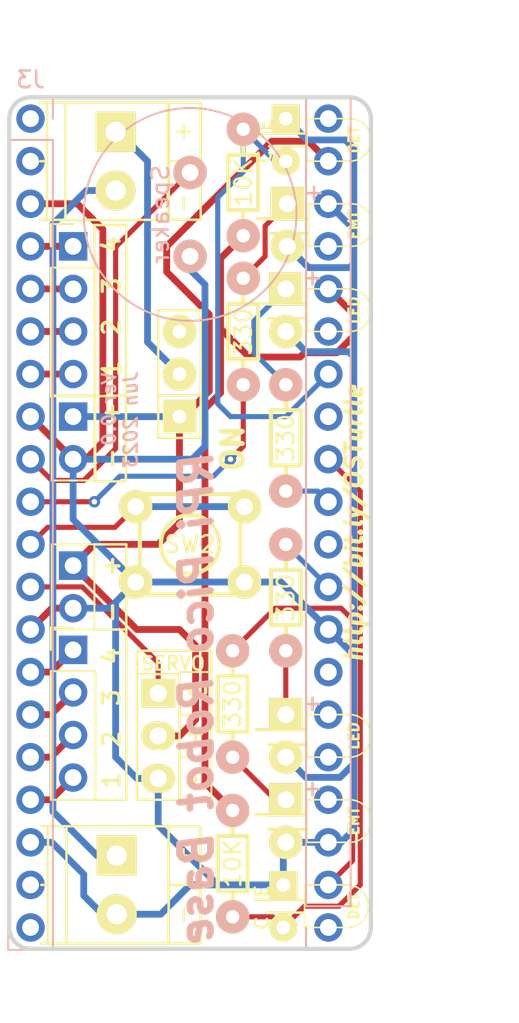
<source format=kicad_pcb>
(kicad_pcb (version 20211014) (generator pcbnew)
  (title_block (title "Rpi Pico Robot Board") (date "2023-06-18") (rev "0.0") (company "www.MakersBox.us") (comment 1 "K. Olsen"))
  (layers (0 "F.Cu" signal) (31 "B.Cu" signal) (34 "B.Paste" user) (35 "F.Paste" user) (36 "B.SilkS" user "B.Silkscreen") (37 "F.SilkS" user "F.Silkscreen") (38 "B.Mask" user) (39 "F.Mask" user) (44 "Edge.Cuts" user))
  (net 0 "")
  (net 1 "GND")
  (net 2 "Net-(D2-Pad2)")
  (net 3 "Net-(D3-Pad2)")
  (net 4 "Net-(D4-Pad2)")
  (net 5 "Net-(D5-Pad2)")
  (net 6 "+3V3")
  (net 7 "/GPIO10")
  (net 8 "/GPIO0")
  (net 9 "/GPIO1")
  (net 10 "/GPIO2")
  (net 11 "/GPIO3")
  (net 12 "/GPIO4")
  (net 13 "/GPIO5")
  (net 14 "/GPIO6")
  (net 15 "/GPIO7")
  (net 16 "/GPIO8")
  (net 17 "/GPIO9")
  (net 18 "/GPIO11")
  (net 19 "/GPIO12")
  (net 20 "/GPIO13")
  (net 21 "/GPIO14")
  (net 22 "/GPIO15")
  (net 23 "/GPIO16")
  (net 24 "/GPIO17")
  (net 25 "/GPIO18")
  (net 26 "/GPIO19")
  (net 27 "/GPIO20")
  (net 28 "/GPIO21")
  (net 29 "/GPIO22")
  (net 30 "/RUN")
  (net 31 "/GPIO26")
  (net 32 "/GPIO27")
  (net 33 "/AGND")
  (net 34 "/GPIO28")
  (net 35 "/ADC_VREF")
  (net 36 "/3V3_EN")
  (net 37 "+BATT")
  (net 38 "/VBUS")
  (net 40 "Net-(P5-Pad1)")
  (net 41 "Net-(P6-Pad1)")
  (footprint "footprints:LED-3MM_RA" (layer "F.Cu") (at 139.7 120.65 90)
    (fp_text reference "D2" hide)
    (fp_text value "IR_LED")
    (fp_text user "+" (at 3.175 1.524 90) (layer "B.SilkS") (effects (justify mirror)))
    (fp_text user "+" (at 3.175 1.524 90) (layer "F.SilkS"))
    (fp_line (start 0 1.27) (end 2.54 1.27) (layer "F.SilkS") (width 0.1))
    (fp_line (start 0 3.81) (end 0 1.27) (layer "F.SilkS") (width 0.1))
    (fp_line (start 2.54 1.27) (end 2.54 3.81) (layer "F.SilkS") (width 0.1))
    (fp_line (start 0.762 1.2) (end 0.762 -1.016) (layer "F.SilkS") (width 0.2))
    (fp_line (start 1.651 1.2) (end 1.651 -1.778) (layer "F.SilkS") (width 0.2))
    (fp_arc (start 1.27 5.08) (mid 0.371974 4.708026) (end 0 3.81) (layer "F.SilkS") (width 0.1))
    (fp_arc (start 2.54 3.81) (mid 2.168026 4.708026) (end 1.27 5.08) (layer "F.SilkS") (width 0.1))
    (pad "1" thru_hole circle locked (at 0 0 180) (size 2 2) (drill 1.00076) (layers *.Cu *.Mask "F.SilkS") (net 1 "GND"))
    (pad "2" thru_hole rect locked (at 2.54 0 90) (size 2 2) (drill 1.00076) (layers *.Cu *.Mask "F.SilkS") (net 2 "Net-(D2-Pad2)"))
  )
  (footprint "footprints:LED-3MM_RA" (layer "F.Cu") (at 139.7 90.17 90)
    (fp_text reference "D3" hide)
    (fp_text value "LED")
    (fp_text user "+" (at 3.175 1.524 90) (layer "B.SilkS") (effects (justify mirror)))
    (fp_text user "+" (at 3.175 1.524 90) (layer "F.SilkS"))
    (fp_line (start 0 1.27) (end 2.54 1.27) (layer "F.SilkS") (width 0.1))
    (fp_line (start 1.651 1.2) (end 1.651 -1.778) (layer "F.SilkS") (width 0.2))
    (fp_line (start 2.54 1.27) (end 2.54 3.81) (layer "F.SilkS") (width 0.1))
    (fp_line (start 0.762 1.2) (end 0.762 -1.016) (layer "F.SilkS") (width 0.2))
    (fp_line (start 0 3.81) (end 0 1.27) (layer "F.SilkS") (width 0.1))
    (fp_arc (start 2.54 3.81) (mid 2.168026 4.708026) (end 1.27 5.08) (layer "F.SilkS") (width 0.1))
    (fp_arc (start 1.27 5.08) (mid 0.371974 4.708026) (end 0 3.81) (layer "F.SilkS") (width 0.1))
    (pad "1" thru_hole circle locked (at 0 0 180) (size 2 2) (drill 1.00076) (layers *.Cu *.Mask "F.SilkS") (net 1 "GND"))
    (pad "2" thru_hole rect locked (at 2.54 0 90) (size 2 2) (drill 1.00076) (layers *.Cu *.Mask "F.SilkS") (net 3 "Net-(D3-Pad2)"))
  )
  (footprint "footprints:LED-3MM_RA" (layer "F.Cu") (at 139.7 115.57 90)
    (fp_text reference "D4" hide)
    (fp_text value "LED")
    (fp_text user "+" (at 3.175 1.524 90) (layer "B.SilkS") (effects (justify mirror)))
    (fp_text user "+" (at 3.175 1.524 90) (layer "F.SilkS"))
    (fp_line (start 1.651 1.2) (end 1.651 -1.778) (layer "F.SilkS") (width 0.2))
    (fp_line (start 2.54 1.27) (end 2.54 3.81) (layer "F.SilkS") (width 0.1))
    (fp_line (start 0 3.81) (end 0 1.27) (layer "F.SilkS") (width 0.1))
    (fp_line (start 0 1.27) (end 2.54 1.27) (layer "F.SilkS") (width 0.1))
    (fp_line (start 0.762 1.2) (end 0.762 -1.016) (layer "F.SilkS") (width 0.2))
    (fp_arc (start 1.27 5.08) (mid 0.371974 4.708026) (end 0 3.81) (layer "F.SilkS") (width 0.1))
    (fp_arc (start 2.54 3.81) (mid 2.168026 4.708026) (end 1.27 5.08) (layer "F.SilkS") (width 0.1))
    (pad "1" thru_hole circle locked (at 0 0 180) (size 2 2) (drill 1.00076) (layers *.Cu *.Mask "F.SilkS") (net 1 "GND"))
    (pad "2" thru_hole rect locked (at 2.54 0 90) (size 2 2) (drill 1.00076) (layers *.Cu *.Mask "F.SilkS") (net 4 "Net-(D4-Pad2)"))
  )
  (footprint "footprints:LED-3MM_RA" (layer "F.Cu") (at 139.792 85.09 90)
    (fp_text reference "D5" hide)
    (fp_text value "IR LED")
    (fp_text user "+" (at 3.175 1.524 90) (layer "B.SilkS") (effects (justify mirror)))
    (fp_text user "+" (at 3.175 1.524 90) (layer "F.SilkS"))
    (fp_line (start 0 1.27) (end 2.54 1.27) (layer "F.SilkS") (width 0.1))
    (fp_line (start 0 3.81) (end 0 1.27) (layer "F.SilkS") (width 0.1))
    (fp_line (start 2.54 1.27) (end 2.54 3.81) (layer "F.SilkS") (width 0.1))
    (fp_line (start 1.651 1.2) (end 1.651 -1.778) (layer "F.SilkS") (width 0.2))
    (fp_line (start 0.762 1.2) (end 0.762 -1.016) (layer "F.SilkS") (width 0.2))
    (fp_arc (start 1.27 5.08) (mid 0.371974 4.708026) (end 0 3.81) (layer "F.SilkS") (width 0.1))
    (fp_arc (start 2.54 3.81) (mid 2.168026 4.708026) (end 1.27 5.08) (layer "F.SilkS") (width 0.1))
    (pad "1" thru_hole circle locked (at 0 0 180) (size 2 2) (drill 1.00076) (layers *.Cu *.Mask "F.SilkS") (net 1 "GND"))
    (pad "2" thru_hole rect locked (at 2.54 0 90) (size 2 2) (drill 1.00076) (layers *.Cu *.Mask "F.SilkS") (net 5 "Net-(D5-Pad2)"))
  )
  (footprint "footprints:TerminalBlock_Pheonix_PT-3.5mm_2pol" (layer "F.Cu") (at 129.605 121.44 -90)
    (fp_text reference "P5" hide)
    (fp_text value "BATT1")
    (fp_line (start 1.75 4.1) (end 1.75 4.5) (layer "F.SilkS") (width 0.15))
    (fp_line (start -1.75 -3.1) (end -1.75 4.5) (layer "F.SilkS") (width 0.15))
    (fp_line (start 5.25 4.5) (end 5.25 -3.1) (layer "F.SilkS") (width 0.15))
    (fp_line (start -1.75 4.1) (end 5.25 4.1) (layer "F.SilkS") (width 0.15))
    (fp_line (start 5.25 -3.1) (end -1.75 -3.1) (layer "F.SilkS") (width 0.15))
    (fp_line (start -1.75 3) (end 5.25 3) (layer "F.SilkS") (width 0.15))
    (pad "1" thru_hole rect locked (at 0 0 270) (size 2.4 2.4) (drill 1.2) (layers *.Cu *.Mask "F.SilkS") (net 40 "Net-(P5-Pad1)"))
    (pad "2" thru_hole circle locked (at 3.5 0 270) (size 2.4 2.4) (drill 1.2) (layers *.Cu *.Mask "F.SilkS") (net 1 "GND"))
  )
  (footprint "footprints:TerminalBlock_Pheonix_PT-3.5mm_2pol" (layer "F.Cu") (at 129.54 78.26 -90)
    (fp_text reference "P6" hide)
    (fp_text value "BATT2")
    (fp_line (start 5.25 4.5) (end 5.25 -3.1) (layer "F.SilkS") (width 0.15))
    (fp_line (start -1.75 4.1) (end 5.25 4.1) (layer "F.SilkS") (width 0.15))
    (fp_line (start -1.75 3) (end 5.25 3) (layer "F.SilkS") (width 0.15))
    (fp_line (start -1.75 -3.1) (end -1.75 4.5) (layer "F.SilkS") (width 0.15))
    (fp_line (start 1.75 4.1) (end 1.75 4.5) (layer "F.SilkS") (width 0.15))
    (fp_line (start 5.25 -3.1) (end -1.75 -3.1) (layer "F.SilkS") (width 0.15))
    (pad "1" thru_hole rect (at 0 0 270) (size 2.4 2.4) (drill 1.2) (layers *.Cu *.Mask "F.SilkS") (net 41 "Net-(P6-Pad1)"))
    (pad "2" thru_hole circle (at 3.5 0 270) (size 2.4 2.4) (drill 1.2) (layers *.Cu *.Mask "F.SilkS") (net 40 "Net-(P5-Pad1)"))
  )
  (footprint "footprints:Pin_Header_Straight_1x03" (layer "F.Cu") (at 132.08 111.76)
    (fp_text reference "P7" hide)
    (fp_text value "SERVO" (at 0.889 -1.778 180) (layer "F.SilkS") (effects (font (size 0.8 0.8))))
    (fp_line (start 1.27 6.35) (end 3.175 6.35) (layer "F.SilkS") (width 0.12))
    (fp_line (start 1.27 1.27) (end 3.175 1.27) (layer "F.SilkS") (width 0.12))
    (fp_line (start -1.27 1.27) (end -1.27 6.35) (layer "F.SilkS") (width 0.15))
    (fp_line (start -1.27 -1.143) (end 1.27 -1.143) (layer "F.SilkS") (width 0.15))
    (fp_line (start -1.27 1.27) (end -1.27 -1.143) (layer "F.SilkS") (width 0.15))
    (fp_line (start 3.175 -1.27) (end 1.27 -1.27) (layer "F.SilkS") (width 0.12))
    (fp_line (start 1.27 -1.143) (end 1.27 1.27) (layer "F.SilkS") (width 0.15))
    (fp_line (start 1.27 3.81) (end 3.175 3.81) (layer "F.SilkS") (width 0.12))
    (fp_line (start 1.27 -1.27) (end 1.27 -1.143) (layer "F.SilkS") (width 0.12))
    (fp_line (start 1.27 6.35) (end 1.27 1.27) (layer "F.SilkS") (width 0.15))
    (fp_line (start -1.27 6.35) (end 1.27 6.35) (layer "F.SilkS") (width 0.15))
    (fp_line (start 3.175 6.35) (end 3.175 -1.27) (layer "F.SilkS") (width 0.12))
    (pad "1" thru_hole rect (at 0 0) (size 2.032 1.7272) (drill 1.016) (layers *.Cu *.Mask "F.SilkS") (net 17 "/GPIO9"))
    (pad "2" thru_hole oval (at 0 2.54) (size 2.032 1.7272) (drill 1.016) (layers *.Cu *.Mask "F.SilkS") (net 37 "+BATT"))
    (pad "3" thru_hole oval (at 0 5.08) (size 2.032 1.7272) (drill 1.016) (layers *.Cu *.Mask "F.SilkS") (net 1 "GND"))
  )
  (footprint "footprints:PHOTOTRANS-RA" (layer "F.Cu") (at 139.7 78.74 90)
    (fp_text reference "Q1" hide)
    (fp_text value "OPTO_NPN" hide)
    (fp_text user "C" (at -1.016 -1.27 90) (layer "F.SilkS") (effects (font (size 0.8 0.8))))
    (fp_text user "E" (at 0.889 -1.27 90) (layer "F.SilkS") (effects (font (size 0.8 0.8))))
    (fp_line (start 1.27 1.27) (end -1.27 1.27) (layer "F.SilkS") (width 0.1))
    (fp_line (start -0.381 1.2) (end -0.381 -1) (layer "F.SilkS") (width 0.15))
    (fp_line (start 0.381 1.2) (end 0.381 -1.7) (layer "F.SilkS") (width 0.15))
    (fp_line (start -1.27 1.27) (end -1.27 3.81) (layer "F.SilkS") (width 0.1))
    (fp_line (start 1.27 3.81) (end 1.27 1.27) (layer "F.SilkS") (width 0.1))
    (fp_arc (start 1.27 3.81) (mid 0.898026 4.708026) (end 0 5.08) (layer "F.SilkS") (width 0.1))
    (fp_arc (start 0 5.08) (mid -0.898026 4.708026) (end -1.27 3.81) (layer "F.SilkS") (width 0.1))
    (pad "1" thru_hole rect locked (at 1.27 0 90) (size 1.6764 1.6764) (drill 0.8128) (layers *.Cu *.Mask "F.SilkS") (net 1 "GND"))
    (pad "3" thru_hole circle locked (at -1.27 0 90) (size 1.6764 1.6764) (drill 0.8128) (layers *.Cu *.Mask "F.SilkS") (net 34 "/GPIO28"))
  )
  (footprint "footprints:PHOTOTRANS-RA" (layer "F.Cu") (at 139.55 124.46 90)
    (fp_text reference "Q2" hide)
    (fp_text value "OPTO_NPN" hide)
    (fp_text user "E" (at 0.889 -1.27 90) (layer "F.SilkS") (effects (font (size 0.8 0.8))))
    (fp_text user "C" (at -1.016 -1.27 90) (layer "F.SilkS") (effects (font (size 0.8 0.8))))
    (fp_line (start 1.27 3.81) (end 1.27 1.27) (layer "F.SilkS") (width 0.1))
    (fp_line (start 1.27 1.27) (end -1.27 1.27) (layer "F.SilkS") (width 0.1))
    (fp_line (start -0.381 1.2) (end -0.381 -1) (layer "F.SilkS") (width 0.15))
    (fp_line (start 0.381 1.2) (end 0.381 -1.7) (layer "F.SilkS") (width 0.15))
    (fp_line (start -1.27 1.27) (end -1.27 3.81) (layer "F.SilkS") (width 0.1))
    (fp_arc (start 1.27 3.81) (mid 0.898026 4.708026) (end 0 5.08) (layer "F.SilkS") (width 0.1))
    (fp_arc (start 0 5.08) (mid -0.898026 4.708026) (end -1.27 3.81) (layer "F.SilkS") (width 0.1))
    (pad "1" thru_hole rect locked (at 1.27 0 90) (size 1.6764 1.6764) (drill 0.8128) (layers *.Cu *.Mask "F.SilkS") (net 1 "GND"))
    (pad "3" thru_hole circle locked (at -1.27 0 90) (size 1.6764 1.6764) (drill 0.8128) (layers *.Cu *.Mask "F.SilkS") (net 32 "/GPIO27"))
  )
  (footprint "footprints:Resistor_Horz" (layer "F.Cu") (at 136.525 112.395 -90)
    (fp_text reference "R2")
    (fp_text value "330" (at 0 0 90) (layer "F.SilkS"))
    (fp_line (start -1.651 -0.889) (end 1.651 -0.889) (layer "F.SilkS") (width 0.254))
    (fp_line (start 1.651 0) (end 2.413 0) (layer "F.SilkS") (width 0.254))
    (fp_line (start 1.651 0.889) (end -1.651 0.889) (layer "F.SilkS") (width 0.254))
    (fp_line (start -1.651 0) (end -2.413 0) (layer "F.SilkS") (width 0.254))
    (fp_line (start 1.651 0.889) (end 1.651 0.635) (layer "F.SilkS") (width 0.254))
    (fp_line (start 1.651 -0.889) (end 1.651 0.635) (layer "F.SilkS") (width 0.254))
    (fp_line (start -1.651 0.889) (end -1.651 -0.889) (layer "F.SilkS") (width 0.254))
    (pad "1" thru_hole circle locked (at -3.175 0 270) (size 1.99898 1.99898) (drill 0.8) (layers *.Cu *.SilkS *.Mask) (net 24 "/GPIO17"))
    (pad "2" thru_hole circle locked (at 3.175 0 270) (size 1.99898 1.99898) (drill 0.8) (layers *.Cu *.SilkS *.Mask) (net 2 "Net-(D2-Pad2)"))
  )
  (footprint "footprints:Resistor_Horz" (layer "F.Cu") (at 139.7 96.52 90)
    (fp_text reference "R3")
    (fp_text value "330" (at 0 0 90) (layer "F.SilkS"))
    (fp_line (start 1.651 0.889) (end 1.651 0.635) (layer "F.SilkS") (width 0.254))
    (fp_line (start 1.651 0) (end 2.413 0) (layer "F.SilkS") (width 0.254))
    (fp_line (start 1.651 0.889) (end -1.651 0.889) (layer "F.SilkS") (width 0.254))
    (fp_line (start 1.651 -0.889) (end 1.651 0.635) (layer "F.SilkS") (width 0.254))
    (fp_line (start -1.651 -0.889) (end 1.651 -0.889) (layer "F.SilkS") (width 0.254))
    (fp_line (start -1.651 0.889) (end -1.651 -0.889) (layer "F.SilkS") (width 0.254))
    (fp_line (start -1.651 0) (end -2.413 0) (layer "F.SilkS") (width 0.254))
    (pad "1" thru_hole circle locked (at -3.175 0 90) (size 1.99898 1.99898) (drill 0.8) (layers *.Cu *.SilkS *.Mask) (net 31 "/GPIO26"))
    (pad "2" thru_hole circle locked (at 3.175 0 90) (size 1.99898 1.99898) (drill 0.8) (layers *.Cu *.SilkS *.Mask) (net 3 "Net-(D3-Pad2)"))
  )
  (footprint "footprints:Resistor_Horz" (layer "F.Cu") (at 139.7 106.045 -90)
    (fp_text reference "R4")
    (fp_text value "330" (at 0 0 90) (layer "F.SilkS"))
    (fp_line (start 1.651 -0.889) (end 1.651 0.635) (layer "F.SilkS") (width 0.254))
    (fp_line (start -1.651 -0.889) (end 1.651 -0.889) (layer "F.SilkS") (width 0.254))
    (fp_line (start -1.651 0.889) (end -1.651 -0.889) (layer "F.SilkS") (width 0.254))
    (fp_line (start 1.651 0.889) (end -1.651 0.889) (layer "F.SilkS") (width 0.254))
    (fp_line (start 1.651 0.889) (end 1.651 0.635) (layer "F.SilkS") (width 0.254))
    (fp_line (start 1.651 0) (end 2.413 0) (layer "F.SilkS") (width 0.254))
    (fp_line (start -1.651 0) (end -2.413 0) (layer "F.SilkS") (width 0.254))
    (pad "1" thru_hole circle locked (at -3.175 0 270) (size 1.99898 1.99898) (drill 0.8) (layers *.Cu *.SilkS *.Mask) (net 29 "/GPIO22"))
    (pad "2" thru_hole circle locked (at 3.175 0 270) (size 1.99898 1.99898) (drill 0.8) (layers *.Cu *.SilkS *.Mask) (net 4 "Net-(D4-Pad2)"))
  )
  (footprint "footprints:Resistor_Horz" (layer "F.Cu") (at 137.16 90.17 90)
    (fp_text reference "R5")
    (fp_text value "330" (at 0 0 90) (layer "F.SilkS"))
    (fp_line (start 1.651 -0.889) (end 1.651 0.635) (layer "F.SilkS") (width 0.254))
    (fp_line (start 1.651 0.889) (end 1.651 0.635) (layer "F.SilkS") (width 0.254))
    (fp_line (start 1.651 0) (end 2.413 0) (layer "F.SilkS") (width 0.254))
    (fp_line (start -1.651 0.889) (end -1.651 -0.889) (layer "F.SilkS") (width 0.254))
    (fp_line (start 1.651 0.889) (end -1.651 0.889) (layer "F.SilkS") (width 0.254))
    (fp_line (start -1.651 0) (end -2.413 0) (layer "F.SilkS") (width 0.254))
    (fp_line (start -1.651 -0.889) (end 1.651 -0.889) (layer "F.SilkS") (width 0.254))
    (pad "1" thru_hole circle locked (at -3.175 0 90) (size 1.99898 1.99898) (drill 0.8) (layers *.Cu *.SilkS *.Mask) (net 15 "/GPIO7"))
    (pad "2" thru_hole circle locked (at 3.175 0 90) (size 1.99898 1.99898) (drill 0.8) (layers *.Cu *.SilkS *.Mask) (net 5 "Net-(D5-Pad2)"))
  )
  (footprint "footprints:Resistor_Horz" (layer "F.Cu") (at 136.525 121.92 -90)
    (fp_text reference "R6")
    (fp_text value "10K" (at 0 0 90) (layer "F.SilkS"))
    (fp_line (start -1.651 -0.889) (end 1.651 -0.889) (layer "F.SilkS") (width 0.254))
    (fp_line (start -1.651 0) (end -2.413 0) (layer "F.SilkS") (width 0.254))
    (fp_line (start 1.651 0) (end 2.413 0) (layer "F.SilkS") (width 0.254))
    (fp_line (start 1.651 0.889) (end -1.651 0.889) (layer "F.SilkS") (width 0.254))
    (fp_line (start -1.651 0.889) (end -1.651 -0.889) (layer "F.SilkS") (width 0.254))
    (fp_line (start 1.651 -0.889) (end 1.651 0.635) (layer "F.SilkS") (width 0.254))
    (fp_line (start 1.651 0.889) (end 1.651 0.635) (layer "F.SilkS") (width 0.254))
    (pad "1" thru_hole circle locked (at -3.175 0 270) (size 1.99898 1.99898) (drill 0.8) (layers *.Cu *.SilkS *.Mask) (net 6 "+3V3"))
    (pad "2" thru_hole circle locked (at 3.175 0 270) (size 1.99898 1.99898) (drill 0.8) (layers *.Cu *.SilkS *.Mask) (net 32 "/GPIO27"))
  )
  (footprint "footprints:Resistor_Horz" (layer "F.Cu") (at 137.16 81.28 90)
    (fp_text reference "R7")
    (fp_text value "10K" (at 0 0 90) (layer "F.SilkS"))
    (fp_line (start 1.651 0.889) (end 1.651 0.635) (layer "F.SilkS") (width 0.254))
    (fp_line (start -1.651 0.889) (end -1.651 -0.889) (layer "F.SilkS") (width 0.254))
    (fp_line (start 1.651 -0.889) (end 1.651 0.635) (layer "F.SilkS") (width 0.254))
    (fp_line (start 1.651 0) (end 2.413 0) (layer "F.SilkS") (width 0.254))
    (fp_line (start -1.651 0) (end -2.413 0) (layer "F.SilkS") (width 0.254))
    (fp_line (start 1.651 0.889) (end -1.651 0.889) (layer "F.SilkS") (width 0.254))
    (fp_line (start -1.651 -0.889) (end 1.651 -0.889) (layer "F.SilkS") (width 0.254))
    (pad "1" thru_hole circle locked (at -3.175 0 90) (size 1.99898 1.99898) (drill 0.8) (layers *.Cu *.SilkS *.Mask) (net 6 "+3V3"))
    (pad "2" thru_hole circle locked (at 3.175 0 90) (size 1.99898 1.99898) (drill 0.8) (layers *.Cu *.SilkS *.Mask) (net 34 "/GPIO28"))
  )
  (footprint "footprints:SW_PUSH_SMALL" (layer "F.Cu") (at 133.985 102.87)
    (fp_text reference "SW2" (at 0 0) (layer "F.SilkS"))
    (fp_text value "SW_PUSH" hide)
    (fp_line (start 3 -3) (end 3 3) (layer "F.SilkS") (width 0.25))
    (fp_line (start -3 -3) (end 3 -3) (layer "F.SilkS") (width 0.25))
    (fp_line (start -3 3) (end -3 -3) (layer "F.SilkS") (width 0.25))
    (fp_line (start 3 3) (end -3 3) (layer "F.SilkS") (width 0.25))
    (fp_circle (center 0 0) (end -1.75 0) (layer "F.SilkS") (width 0.25) (fill none))
    (pad "1" thru_hole circle locked (at 3.25 -2.25) (size 2 2) (drill 1) (layers *.Cu *.Mask "F.SilkS") (net 16 "/GPIO8"))
    (pad "1" thru_hole circle locked (at -3.25 -2.25) (size 2 2) (drill 1) (layers *.Cu *.Mask "F.SilkS") (net 16 "/GPIO8"))
    (pad "2" thru_hole circle locked (at 3.25 2.25) (size 2 2) (drill 1) (layers *.Cu *.Mask "F.SilkS") (net 1 "GND"))
    (pad "2" thru_hole circle locked (at -3.25 2.25) (size 2 2) (drill 1) (layers *.Cu *.Mask "F.SilkS") (net 1 "GND"))
  )
  (footprint "footprints:PinHeader_1x02_P2.54mm_Vertical" (layer "F.Cu") (at 127 104.14)
    (fp_text reference "J2" hide)
    (fp_text value "Stepper_L")
    (fp_line (start 1.27 -1.27) (end 1.27 3.81) (layer "F.SilkS") (width 0.12))
    (fp_line (start -1.27 -1.27) (end 1.27 -1.27) (layer "F.SilkS") (width 0.12))
    (fp_line (start 1.27 3.81) (end -1.27 3.81) (layer "F.SilkS") (width 0.12))
    (fp_line (start -1.27 3.81) (end -1.27 -1.27) (layer "F.SilkS") (width 0.12))
    (pad "1" thru_hole rect (at 0 0) (size 1.7 1.7) (drill 1) (layers *.Cu *.Mask) (net 37 "+BATT"))
    (pad "2" thru_hole oval (at 0 2.54) (size 1.7 1.7) (drill 1) (layers *.Cu *.Mask) (net 1 "GND"))
  )
  (footprint "footprints:PinHeader_1x02_P2.54mm_Vertical" (layer "F.Cu") (at 127 95.25)
    (fp_text reference "J6" hide)
    (fp_text value "Stepper_R")
    (fp_line (start -1.27 -1.27) (end 1.27 -1.27) (layer "F.SilkS") (width 0.12))
    (fp_line (start 1.27 -1.27) (end 1.27 3.81) (layer "F.SilkS") (width 0.12))
    (fp_line (start 1.27 3.81) (end -1.27 3.81) (layer "F.SilkS") (width 0.12))
    (fp_line (start -1.27 3.81) (end -1.27 -1.27) (layer "F.SilkS") (width 0.12))
    (pad "1" thru_hole rect (at 0 0) (size 1.7 1.7) (drill 1) (layers *.Cu *.Mask) (net 37 "+BATT"))
    (pad "2" thru_hole oval (at 0 2.54) (size 1.7 1.7) (drill 1) (layers *.Cu *.Mask) (net 1 "GND"))
  )
  (footprint "footprints:PinHeader_1x04_P2.54mm_Vertical" (layer "F.Cu") (at 127 109.1665)
    (fp_text reference "J5" hide)
    (fp_text value "Stepper_R")
    (fp_line (start 1.33 1.27) (end 1.33 8.95) (layer "F.SilkS") (width 0.12))
    (fp_line (start -1.33 1.27) (end 1.33 1.27) (layer "F.SilkS") (width 0.12))
    (fp_line (start -1.33 -1.33) (end 0 -1.33) (layer "F.SilkS") (width 0.12))
    (fp_line (start -1.33 1.27) (end -1.33 8.95) (layer "F.SilkS") (width 0.12))
    (fp_line (start -1.33 0) (end -1.33 -1.33) (layer "F.SilkS") (width 0.12))
    (fp_line (start -1.33 8.95) (end 1.33 8.95) (layer "F.SilkS") (width 0.12))
    (pad "1" thru_hole rect (at 0 0) (size 1.7 1.7) (drill 1) (layers *.Cu *.Mask) (net 7 "/GPIO10"))
    (pad "2" thru_hole oval (at 0 2.54) (size 1.7 1.7) (drill 1) (layers *.Cu *.Mask) (net 18 "/GPIO11"))
    (pad "3" thru_hole oval (at 0 5.08) (size 1.7 1.7) (drill 1) (layers *.Cu *.Mask) (net 19 "/GPIO12"))
    (pad "4" thru_hole oval (at 0 7.62) (size 1.7 1.7) (drill 1) (layers *.Cu *.Mask) (net 20 "/GPIO13"))
  )
  (footprint "footprints:PinHeader_1x04_P2.54mm_Vertical" (layer "F.Cu") (at 127 85.09)
    (fp_text reference "J1" hide)
    (fp_text value "Stepper_L")
    (fp_line (start -1.33 1.27) (end 1.33 1.27) (layer "F.SilkS") (width 0.12))
    (fp_line (start -1.33 -1.33) (end 0 -1.33) (layer "F.SilkS") (width 0.12))
    (fp_line (start 1.33 1.27) (end 1.33 8.95) (layer "F.SilkS") (width 0.12))
    (fp_line (start -1.33 8.95) (end 1.33 8.95) (layer "F.SilkS") (width 0.12))
    (fp_line (start -1.33 1.27) (end -1.33 8.95) (layer "F.SilkS") (width 0.12))
    (fp_line (start -1.33 0) (end -1.33 -1.33) (layer "F.SilkS") (width 0.12))
    (pad "1" thru_hole rect (at 0 0) (size 1.7 1.7) (drill 1) (layers *.Cu *.Mask) (net 10 "/GPIO2"))
    (pad "2" thru_hole oval (at 0 2.54) (size 1.7 1.7) (drill 1) (layers *.Cu *.Mask) (net 11 "/GPIO3"))
    (pad "3" thru_hole oval (at 0 5.08) (size 1.7 1.7) (drill 1) (layers *.Cu *.Mask) (net 12 "/GPIO4"))
    (pad "4" thru_hole oval (at 0 7.62) (size 1.7 1.7) (drill 1) (layers *.Cu *.Mask) (net 13 "/GPIO5"))
  )
  (footprint "footprints:SW_Micro_SPST" (layer "F.Cu") (at 133.35 92.71 90)
    (fp_text reference "SW1" hide)
    (fp_text value "PWR")
    (fp_line (start -3.81 1.27) (end -3.81 -1.27) (layer "F.SilkS") (width 0.15))
    (fp_line (start -1.27 -1.27) (end -1.27 1.27) (layer "F.SilkS") (width 0.15))
    (fp_line (start 3.81 -1.27) (end 3.81 1.27) (layer "F.SilkS") (width 0.15))
    (fp_line (start 3.81 1.27) (end -3.81 1.27) (layer "F.SilkS") (width 0.15))
    (fp_line (start -3.81 -1.27) (end 3.81 -1.27) (layer "F.SilkS") (width 0.15))
    (pad "1" thru_hole rect (at -2.54 0 90) (size 2 2) (drill 0.8128) (layers *.Cu *.Mask "F.SilkS") (net 37 "+BATT"))
    (pad "2" thru_hole circle (at 0 0 90) (size 2 2) (drill 0.8128) (layers *.Cu *.Mask "F.SilkS") (net 41 "Net-(P6-Pad1)"))
    (pad "3" thru_hole circle (at 2.54 0 90) (size 2 2) (drill 0.8128) (layers *.Cu *.Mask "F.SilkS"))
  )
  (footprint "footprints:PS1240_piezo" (layer "B.Cu") (at 133.985 83.185 -90)
    (fp_text reference "LS1" hide)
    (fp_text value "Speaker" (at 0 1.778 90) (layer "B.SilkS") (effects (justify mirror)))
    (fp_circle (center 0 0) (end 6.35 0) (layer "B.SilkS") (width 0.12) (fill none))
    (pad "1" thru_hole circle (at -2.5 0 270) (size 2 2) (drill 1.00076) (layers *.Cu *.Mask "B.SilkS") (net 14 "/GPIO6"))
    (pad "2" thru_hole circle (at 2.5 0 270) (size 2 2) (drill 1.00076) (layers *.Cu *.Mask "B.SilkS") (net 1 "GND"))
  )
  (footprint "footprints:PinHeader_1x20_P2.54mm_Vertical" (layer "B.Cu") (at 124.46 77.47 180)
    (fp_text reference "J3" (at 0 2.33) (layer "B.SilkS") (effects (justify mirror)))
    (fp_text value "Conn_01x20")
    (fp_line (start 1.33 -1.27) (end 1.33 -49.59) (layer "B.SilkS") (width 0.12))
    (fp_line (start -1.33 0) (end -1.33 1.33) (layer "B.SilkS") (width 0.12))
    (fp_line (start -1.33 1.33) (end 0 1.33) (layer "B.SilkS") (width 0.12))
    (fp_line (start -1.33 -1.27) (end -1.33 -49.59) (layer "B.SilkS") (width 0.12))
    (fp_line (start -1.33 -49.59) (end 1.33 -49.59) (layer "B.SilkS") (width 0.12))
    (fp_line (start -1.33 -1.27) (end 1.33 -1.27) (layer "B.SilkS") (width 0.12))
    (pad "1" thru_hole circle (at 0 0) (size 1.7 1.7) (drill 1) (layers *.Cu *.Mask) (net 8 "/GPIO0"))
    (pad "2" thru_hole oval (at 0 -2.54) (size 1.7 1.7) (drill 1) (layers *.Cu *.Mask) (net 9 "/GPIO1"))
    (pad "3" thru_hole oval (at 0 -5.08) (size 1.7 1.7) (drill 1) (layers *.Cu *.Mask) (net 1 "GND"))
    (pad "4" thru_hole oval (at 0 -7.62) (size 1.7 1.7) (drill 1) (layers *.Cu *.Mask) (net 10 "/GPIO2"))
    (pad "5" thru_hole oval (at 0 -10.16) (size 1.7 1.7) (drill 1) (layers *.Cu *.Mask) (net 11 "/GPIO3"))
    (pad "6" thru_hole oval (at 0 -12.7) (size 1.7 1.7) (drill 1) (layers *.Cu *.Mask) (net 12 "/GPIO4"))
    (pad "7" thru_hole oval (at 0 -15.24) (size 1.7 1.7) (drill 1) (layers *.Cu *.Mask) (net 13 "/GPIO5"))
    (pad "8" thru_hole oval (at 0 -17.78) (size 1.7 1.7) (drill 1) (layers *.Cu *.Mask) (net 1 "GND"))
    (pad "9" thru_hole oval (at 0 -20.32) (size 1.7 1.7) (drill 1) (layers *.Cu *.Mask) (net 14 "/GPIO6"))
    (pad "10" thru_hole oval (at 0 -22.86) (size 1.7 1.7) (drill 1) (layers *.Cu *.Mask) (net 15 "/GPIO7"))
    (pad "11" thru_hole oval (at 0 -25.4) (size 1.7 1.7) (drill 1) (layers *.Cu *.Mask) (net 16 "/GPIO8"))
    (pad "12" thru_hole oval (at 0 -27.94) (size 1.7 1.7) (drill 1) (layers *.Cu *.Mask) (net 17 "/GPIO9"))
    (pad "13" thru_hole oval (at 0 -30.48) (size 1.7 1.7) (drill 1) (layers *.Cu *.Mask) (net 1 "GND"))
    (pad "14" thru_hole oval (at 0 -33.02) (size 1.7 1.7) (drill 1) (layers *.Cu *.Mask) (net 7 "/GPIO10"))
    (pad "15" thru_hole oval (at 0 -35.56) (size 1.7 1.7) (drill 1) (layers *.Cu *.Mask) (net 18 "/GPIO11"))
    (pad "16" thru_hole oval (at 0 -38.1) (size 1.7 1.7) (drill 1) (layers *.Cu *.Mask) (net 19 "/GPIO12"))
    (pad "17" thru_hole oval (at 0 -40.64) (size 1.7 1.7) (drill 1) (layers *.Cu *.Mask) (net 20 "/GPIO13"))
    (pad "18" thru_hole oval (at 0 -43.18) (size 1.7 1.7) (drill 1) (layers *.Cu *.Mask) (net 1 "GND"))
    (pad "19" thru_hole oval (at 0 -45.72) (size 1.7 1.7) (drill 1) (layers *.Cu *.Mask) (net 21 "/GPIO14"))
    (pad "20" thru_hole oval (at 0 -48.26) (size 1.7 1.7) (drill 1) (layers *.Cu *.Mask) (net 22 "/GPIO15"))
  )
  (footprint "footprints:PinHeader_1x20_P2.54mm_Vertical" (layer "B.Cu") (at 142.24 125.73)
    (fp_text reference "J4" hide)
    (fp_text value "Conn_01x20")
    (fp_line (start -1.33 0) (end -1.33 1.33) (layer "B.SilkS") (width 0.12))
    (fp_line (start -1.33 -1.27) (end -1.33 -49.59) (layer "B.SilkS") (width 0.12))
    (fp_line (start -1.33 1.33) (end 0 1.33) (layer "B.SilkS") (width 0.12))
    (fp_line (start -1.33 -49.59) (end 1.33 -49.59) (layer "B.SilkS") (width 0.12))
    (fp_line (start -1.33 -1.27) (end 1.33 -1.27) (layer "B.SilkS") (width 0.12))
    (fp_line (start 1.33 -1.27) (end 1.33 -49.59) (layer "B.SilkS") (width 0.12))
    (pad "1" thru_hole circle (at 0 0 180) (size 1.7 1.7) (drill 1) (layers *.Cu *.Mask) (net 23 "/GPIO16"))
    (pad "2" thru_hole oval (at 0 -2.54 180) (size 1.7 1.7) (drill 1) (layers *.Cu *.Mask) (net 24 "/GPIO17"))
    (pad "3" thru_hole oval (at 0 -5.08 180) (size 1.7 1.7) (drill 1) (layers *.Cu *.Mask) (net 1 "GND"))
    (pad "4" thru_hole oval (at 0 -7.62 180) (size 1.7 1.7) (drill 1) (layers *.Cu *.Mask) (net 25 "/GPIO18"))
    (pad "5" thru_hole oval (at 0 -10.16 180) (size 1.7 1.7) (drill 1) (layers *.Cu *.Mask) (net 26 "/GPIO19"))
    (pad "6" thru_hole oval (at 0 -12.7 180) (size 1.7 1.7) (drill 1) (layers *.Cu *.Mask) (net 27 "/GPIO20"))
    (pad "7" thru_hole oval (at 0 -15.24 180) (size 1.7 1.7) (drill 1) (layers *.Cu *.Mask) (net 28 "/GPIO21"))
    (pad "8" thru_hole oval (at 0 -17.78 180) (size 1.7 1.7) (drill 1) (layers *.Cu *.Mask) (net 1 "GND"))
    (pad "9" thru_hole oval (at 0 -20.32 180) (size 1.7 1.7) (drill 1) (layers *.Cu *.Mask) (net 29 "/GPIO22"))
    (pad "10" thru_hole oval (at 0 -22.86 180) (size 1.7 1.7) (drill 1) (layers *.Cu *.Mask) (net 30 "/RUN"))
    (pad "11" thru_hole oval (at 0 -25.4 180) (size 1.7 1.7) (drill 1) (layers *.Cu *.Mask) (net 31 "/GPIO26"))
    (pad "12" thru_hole oval (at 0 -27.94 180) (size 1.7 1.7) (drill 1) (layers *.Cu *.Mask) (net 32 "/GPIO27"))
    (pad "13" thru_hole oval (at 0 -30.48 180) (size 1.7 1.7) (drill 1) (layers *.Cu *.Mask) (net 33 "/AGND"))
    (pad "14" thru_hole oval (at 0 -33.02 180) (size 1.7 1.7) (drill 1) (layers *.Cu *.Mask) (net 34 "/GPIO28"))
    (pad "15" thru_hole oval (at 0 -35.56 180) (size 1.7 1.7) (drill 1) (layers *.Cu *.Mask) (net 35 "/ADC_VREF"))
    (pad "16" thru_hole oval (at 0 -38.1 180) (size 1.7 1.7) (drill 1) (layers *.Cu *.Mask) (net 6 "+3V3"))
    (pad "17" thru_hole oval (at 0 -40.64 180) (size 1.7 1.7) (drill 1) (layers *.Cu *.Mask) (net 36 "/3V3_EN"))
    (pad "18" thru_hole oval (at 0 -43.18 180) (size 1.7 1.7) (drill 1) (layers *.Cu *.Mask) (net 1 "GND"))
    (pad "19" thru_hole oval (at 0 -45.72 180) (size 1.7 1.7) (drill 1) (layers *.Cu *.Mask) (net 37 "+BATT"))
    (pad "20" thru_hole oval (at 0 -48.26 180) (size 1.7 1.7) (drill 1) (layers *.Cu *.Mask) (net 38 "/VBUS"))
  )
  (gr_line (start 130.81 109.22) (end 130.81 110.617) (layer "F.SilkS") (width 0.15))
  (gr_line (start 135.255 110.49) (end 135.255 109.22) (layer "F.SilkS") (width 0.15))
  (gr_line (start 128.27 118.12) (end 130.175 118.11) (layer "F.SilkS") (width 0.15))
  (gr_line (start 134.61 119.6975) (end 132.705 119.6975) (layer "F.SilkS") (width 0.15))
  (gr_line (start 128.27 83.82) (end 128.33 99.12) (layer "F.SilkS") (width 0.15))
  (gr_line (start 134.62 83.5025) (end 134.62 76.5175) (layer "F.SilkS") (width 0.15))
  (gr_line (start 130.150091 99.109816) (end 130.175 83.82) (layer "F.SilkS") (width 0.15))
  (gr_line (start 128.33 94.04) (end 130.175 93.98) (layer "F.SilkS") (width 0.15))
  (gr_line (start 130.175 107.823) (end 130.175 102.87) (layer "F.SilkS") (width 0.15))
  (gr_line (start 132.705 126.6825) (end 134.61 126.6825) (layer "F.SilkS") (width 0.15))
  (gr_line (start 132.715 76.5175) (end 132.715 83.5025) (layer "F.SilkS") (width 0.15))
  (gr_line (start 132.705 123.19) (end 134.61 123.19) (layer "F.SilkS") (width 0.15))
  (gr_line (start 128.27 102.87) (end 130.175 102.87) (layer "F.SilkS") (width 0.15))
  (gr_line (start 134.62 76.5175) (end 132.715 76.5175) (layer "F.SilkS") (width 0.15))
  (gr_line (start 132.715 83.5025) (end 134.62 83.5025) (layer "F.SilkS") (width 0.15))
  (gr_line (start 135.255 109.22) (end 130.81 109.22) (layer "F.SilkS") (width 0.15))
  (gr_line (start 130.175 118.11) (end 130.175 107.823) (layer "F.SilkS") (width 0.15))
  (gr_line (start 134.61 126.6825) (end 134.61 119.6975) (layer "F.SilkS") (width 0.15))
  (gr_line (start 132.715 80.01) (end 134.62 80.01) (layer "F.SilkS") (width 0.15))
  (gr_line (start 128.33 99.12) (end 130.150091 99.109816) (layer "F.SilkS") (width 0.15))
  (gr_line (start 130.175 107.95) (end 128.27 107.96) (layer "F.SilkS") (width 0.15))
  (gr_line (start 130.175 83.82) (end 128.27 83.82) (layer "F.SilkS") (width 0.15))
  (gr_line (start 132.705 119.6975) (end 132.705 126.6825) (layer "F.SilkS") (width 0.15))
  (gr_line (start 142.24 127) (end 143.51 127) (layer "Edge.Cuts") (width 0.254))
  (gr_arc (start 144.78 125.73) (mid 144.408026 126.628026) (end 143.51 127) (layer "Edge.Cuts") (width 0.254))
  (gr_line (start 124.46 76.2) (end 142.24 76.2) (layer "Edge.Cuts") (width 0.254))
  (gr_line (start 124.46 127) (end 142.24 127) (layer "Edge.Cuts") (width 0.254))
  (gr_line (start 123.19 77.47) (end 123.19 125.73) (layer "Edge.Cuts") (width 0.254))
  (gr_arc (start 124.46 127) (mid 123.561974 126.628026) (end 123.19 125.73) (layer "Edge.Cuts") (width 0.254))
  (gr_line (start 142.24 76.2) (end 143.51 76.2) (layer "Edge.Cuts") (width 0.254))
  (gr_arc (start 123.19 77.47) (mid 123.561974 76.571974) (end 124.46 76.2) (layer "Edge.Cuts") (width 0.254))
  (gr_line (start 144.78 125.73) (end 144.78 77.47) (layer "Edge.Cuts") (width 0.254))
  (gr_arc (start 143.51 76.2) (mid 144.408026 76.571974) (end 144.78 77.47) (layer "Edge.Cuts") (width 0.254))
  (gr_text "Ver 0.0\nJun 2023" (at 129.794 92.456 90) (layer "B.SilkS") (effects (font (size 0.8 0.8) (thickness 0.15) italic) (justify left mirror)))
  (gr_text "RPi Pico Robot Base" (at 134.366 112.014 90) (layer "B.SilkS") (effects (font (size 1.85 1.85) (thickness 0.4) italic) (justify mirror)))
  (gr_text "DET" (at 143.764 78.739999 90) (layer "F.SilkS") (effects (font (size 0.6 0.6))))
  (gr_text "1  2  3  4  -  +" (at 129.286 110.49 90) (layer "F.SilkS") (effects (font (size 1 1) (thickness 0.2))))
  (gr_text "EMT" (at 143.764 83.82 90) (layer "F.SilkS") (effects (font (size 0.6 0.6))))
  (gr_text "S  +  -" (at 134.366 114.3 270) (layer "F.SilkS") (effects (font (size 1 1) (thickness 0.2))))
  (gr_text "DET" (at 143.764 124.459999 90) (layer "F.SilkS") (effects (font (size 0.6 0.6))))
  (gr_text "LED" (at 143.764 88.9 90) (layer "F.SilkS") (effects (font (size 0.6 0.6))))
  (gr_text "EMT" (at 143.764 119.38 90) (layer "F.SilkS") (effects (font (size 0.6 0.6))))
  (gr_text "+   -" (at 133.669 123.2105 270) (layer "F.SilkS") (effects (font (size 1 1))))
  (gr_text "-  +  1  2  3  4" (at 129.286 91.44 90) (layer "F.SilkS") (effects (font (size 1 1) (thickness 0.2))))
  (gr_text "LED" (at 143.764 114.3 90) (layer "F.SilkS") (effects (font (size 0.6 0.6))))
  (gr_text "ON" (at 136.525 97.155 90) (layer "F.SilkS") (effects (font (size 1.27 1.27) (thickness 0.3))))
  (gr_text "+    -" (at 133.6675 80.391 270) (layer "F.SilkS") (effects (font (size 1 1))))
  (gr_text "http://bit.ly/OSTurtle" (at 143.764 101.6 90) (layer "F.SilkS") (effects (font (size 1 1) (thickness 0.25) italic)))
  (segment (start 124.46 95.25) (end 127 97.79) (width 0.4064) (layer "F.Cu") (net 1))
  (segment (start 125.73 106.68) (end 124.46 107.95) (width 0.4064) (layer "F.Cu") (net 1))
  (segment (start 128.778 84.074) (end 127.254 82.55) (width 0.4064) (layer "F.Cu") (net 1))
  (segment (start 127 97.79) (end 127.762 97.79) (width 0.4064) (layer "F.Cu") (net 1))
  (segment (start 127.762 97.79) (end 128.778 96.774) (width 0.4064) (layer "F.Cu") (net 1))
  (segment (start 127 106.68) (end 125.73 106.68) (width 0.4064) (layer "F.Cu") (net 1))
  (segment (start 127.254 82.55) (end 124.46 82.55) (width 0.4064) (layer "F.Cu") (net 1))
  (segment (start 128.778 96.774) (end 128.778 84.074) (width 0.4064) (layer "F.Cu") (net 1))
  (segment (start 129.175 106.68) (end 130.735 105.12) (width 0.4064) (layer "B.Cu") (net 1))
  (segment (start 125.73 120.65) (end 127.635 122.555) (width 0.4064) (layer "B.Cu") (net 1))
  (segment (start 143.764 86.106) (end 143.764 84.328) (width 0.4064) (layer "B.Cu") (net 1))
  (segment (start 134.874 97.028) (end 134.112 97.79) (width 0.4064) (layer "B.Cu") (net 1))
  (segment (start 130.735 105.12) (end 137.235 105.12) (width 0.4064) (layer "B.Cu") (net 1))
  (segment (start 133.985 85.685) (end 133.985 86.487) (width 0.4064) (layer "B.Cu") (net 1))
  (segment (start 134.112 97.79) (end 127 97.79) (width 0.4064) (layer "B.Cu") (net 1))
  (segment (start 142.24 120.65) (end 143.002 120.65) (width 0.4064) (layer "B.Cu") (net 1))
  (segment (start 142.9394 116.7756) (end 143.764 115.951) (width 0.4064) (layer "B.Cu") (net 1))
  (segment (start 143.764 84.074) (end 142.24 82.55) (width 0.4064) (layer "B.Cu") (net 1))
  (segment (start 137.235 105.12) (end 139.41 105.12) (width 0.4064) (layer "B.Cu") (net 1))
  (segment (start 139.7 115.57) (end 139.192 115.062) (width 0.4064) (layer "B.Cu") (net 1))
  (segment (start 140.97 78.74) (end 143.256 78.74) (width 0.4064) (layer "B.Cu") (net 1))
  (segment (start 128.75 124.94) (end 129.605 124.94) (width 0.4064) (layer "B.Cu") (net 1))
  (segment (start 140.9056 91.3756) (end 143.4456 91.3756) (width 0.4064) (layer "B.Cu") (net 1))
  (segment (start 129.54 106.315) (end 130.735 105.12) (width 0.4064) (layer "B.Cu") (net 1))
  (segment (start 139.792 85.09) (end 141.062 86.36) (width 0.4064) (layer "B.Cu") (net 1))
  (segment (start 139.41 105.12) (end 142.24 107.95) (width 0.4064) (layer "B.Cu") (net 1))
  (segment (start 133.985 86.487) (end 134.874 87.376) (width 0.4064) (layer "B.Cu") (net 1))
  (segment (start 129.54 115.57) (end 129.54 106.315) (width 0.4064) (layer "B.Cu") (net 1))
  (segment (start 143.256 78.74) (end 143.764 79.248) (width 0.4064) (layer "B.Cu") (net 1))
  (segment (start 143.764 109.474) (end 143.764 91.694) (width 0.4064) (layer "B.Cu") (net 1))
  (segment (start 127.635 122.555) (end 127.635 123.825) (width 0.4064) (layer "B.Cu") (net 1))
  (segment (start 143.764 84.328) (end 143.764 84.074) (width 0.4064) (layer "B.Cu") (net 1))
  (segment (start 139.7 115.57) (end 140.9056 116.7756) (width 0.4064) (layer "B.Cu") (net 1))
  (segment (start 134.874 87.376) (end 134.874 97.028) (width 0.4064) (layer "B.Cu") (net 1))
  (segment (start 143.764 79.248) (end 143.764 84.328) (width 0.4064) (layer "B.Cu") (net 1))
  (segment (start 139.55 123.19) (end 139.55 120.8) (width 0.4064) (layer "B.Cu") (net 1))
  (segment (start 143.002 120.65) (end 143.764 119.888) (width 0.4064) (layer "B.Cu") (net 1))
  (segment (start 132.08 116.84) (end 130.81 116.84) (width 0.4064) (layer "B.Cu") (net 1))
  (segment (start 135.89 123.19) (end 135.636 123.19) (width 0.4064) (layer "B.Cu") (net 1))
  (segment (start 143.764 91.694) (end 143.764 86.106) (width 0.4064) (layer "B.Cu") (net 1))
  (segment (start 124.46 120.65) (end 125.73 120.65) (width 0.4064) (layer "B.Cu") (net 1))
  (segment (start 127 101.385) (end 130.735 105.12) (width 0.4064) (layer "B.Cu") (net 1))
  (segment (start 143.764 115.951) (end 143.764 109.474) (width 0.4064) (layer "B.Cu") (net 1))
  (segment (start 143.4456 91.3756) (end 143.764 91.694) (width 0.4064) (layer "B.Cu") (net 1))
  (segment (start 130.81 116.84) (end 129.54 115.57) (width 0.4064) (layer "B.Cu") (net 1))
  (segment (start 127.635 123.825) (end 128.75 124.94) (width 0.4064) (layer "B.Cu") (net 1))
  (segment (start 132.08 119.634) (end 132.08 116.84) (width 0.4064) (layer "B.Cu") (net 1))
  (segment (start 143.51 86.36) (end 143.764 86.106) (width 0.4064) (layer "B.Cu") (net 1))
  (segment (start 142.24 120.65) (end 139.7 120.65) (width 0.4064) (layer "B.Cu") (net 1))
  (segment (start 139.55 120.8) (end 139.7 120.65) (width 0.4064) (layer "B.Cu") (net 1))
  (segment (start 127 106.68) (end 129.175 106.68) (width 0.4064) (layer "B.Cu") (net 1))
  (segment (start 129.605 124.94) (end 132.235 124.94) (width 0.4064) (layer "B.Cu") (net 1))
  (segment (start 140.9056 116.7756) (end 142.9394 116.7756) (width 0.4064) (layer "B.Cu") (net 1))
  (segment (start 139.7 90.17) (end 140.9056 91.3756) (width 0.4064) (layer "B.Cu") (net 1))
  (segment (start 133.985 123.19) (end 135.89 123.19) (width 0.4064) (layer "B.Cu") (net 1))
  (segment (start 141.062 86.36) (end 143.51 86.36) (width 0.4064) (layer "B.Cu") (net 1))
  (segment (start 139.7 77.47) (end 140.97 78.74) (width 0.4064) (layer "B.Cu") (net 1))
  (segment (start 143.764 119.888) (end 143.764 115.951) (width 0.4064) (layer "B.Cu") (net 1))
  (segment (start 139.55 123.19) (end 135.89 123.19) (width 0.4064) (layer "B.Cu") (net 1))
  (segment (start 135.636 123.19) (end 132.08 119.634) (width 0.4064) (layer "B.Cu") (net 1))
  (segment (start 143.764 109.474) (end 142.24 107.95) (width 0.4064) (layer "B.Cu") (net 1))
  (segment (start 127 97.79) (end 127 101.385) (width 0.4064) (layer "B.Cu") (net 1))
  (segment (start 132.235 124.94) (end 133.985 123.19) (width 0.4064) (layer "B.Cu") (net 1))
  (segment (start 139.7 118.11) (end 139.065 118.11) (width 0.3048) (layer "F.Cu") (net 2))
  (segment (start 139.065 118.11) (end 136.525 115.57) (width 0.3048) (layer "F.Cu") (net 2))
  (segment (start 137.795 91.44) (end 139.7 93.345) (width 0.3048) (layer "B.Cu") (net 3))
  (segment (start 139.7 87.63) (end 137.795 89.535) (width 0.3048) (layer "B.Cu") (net 3))
  (segment (start 137.795 89.535) (end 137.795 91.44) (width 0.3048) (layer "B.Cu") (net 3))
  (segment (start 139.7 113.03) (end 139.7 109.22) (width 0.3048) (layer "F.Cu") (net 4))
  (segment (start 138.46429 83.87771) (end 138.46429 85.69071) (width 0.3048) (layer "F.Cu") (net 5))
  (segment (start 138.46429 85.69071) (end 137.16 86.995) (width 0.3048) (layer "F.Cu") (net 5))
  (segment (start 139.792 82.55) (end 138.46429 83.87771) (width 0.3048) (layer "F.Cu") (net 5))
  (segment (start 134.874 117.094) (end 134.874 94.770262) (width 0.4064) (layer "F.Cu") (net 6))
  (segment (start 143.764 90.424) (end 142.748 91.44) (width 0.4064) (layer "F.Cu") (net 6))
  (segment (start 134.874 94.770262) (end 135.80491 93.839352) (width 0.4064) (layer "F.Cu") (net 6))
  (segment (start 142.748 91.44) (end 140.811207 91.44) (width 0.4064) (layer "F.Cu") (net 6))
  (segment (start 140.557207 91.694) (end 137.49782 91.694) (width 0.4064) (layer "F.Cu") (net 6))
  (segment (start 143.764 89.154) (end 143.764 90.424) (width 0.4064) (layer "F.Cu") (net 6))
  (segment (start 140.811207 91.44) (end 140.557207 91.694) (width 0.4064) (layer "F.Cu") (net 6))
  (segment (start 135.80491 93.839352) (end 135.80491 90.00109) (width 0.4064) (layer "F.Cu") (net 6))
  (segment (start 135.80491 85.81009) (end 137.16 84.455) (width 0.4064) (layer "F.Cu") (net 6))
  (segment (start 142.24 87.63) (end 143.764 89.154) (width 0.4064) (layer "F.Cu") (net 6))
  (segment (start 136.525 118.745) (end 134.874 117.094) (width 0.4064) (layer "F.Cu") (net 6))
  (segment (start 135.80491 90.00109) (end 135.80491 85.81009) (width 0.4064) (layer "F.Cu") (net 6))
  (segment (start 137.49782 91.694) (end 135.80491 90.00109) (width 0.4064) (layer "F.Cu") (net 6))
  (segment (start 125.6765 110.49) (end 127 109.1665) (width 0.4064) (layer "F.Cu") (net 7))
  (segment (start 124.46 110.49) (end 125.6765 110.49) (width 0.4064) (layer "F.Cu") (net 7))
  (segment (start 124.46 85.09) (end 127 85.09) (width 0.4064) (layer "F.Cu") (net 10))
  (segment (start 124.46 87.63) (end 127 87.63) (width 0.4064) (layer "F.Cu") (net 11))
  (segment (start 124.46 90.17) (end 127 90.17) (width 0.4064) (layer "F.Cu") (net 12))
  (segment (start 124.46 92.71) (end 127 92.71) (width 0.4064) (layer "F.Cu") (net 13))
  (segment (start 124.46 97.79) (end 125.73 99.06) (width 0.3048) (layer "F.Cu") (net 14))
  (segment (start 129.54 85.13) (end 129.54 85.598) (width 0.3048) (layer "F.Cu") (net 14))
  (segment (start 129.54 85.598) (end 129.54 85.09) (width 0.3048) (layer "F.Cu") (net 14))
  (segment (start 133.985 80.685) (end 129.54 85.13) (width 0.3048) (layer "F.Cu") (net 14))
  (segment (start 129.54 97.155) (end 129.54 85.598) (width 0.3048) (layer "F.Cu") (net 14))
  (segment (start 127.635 99.06) (end 128.905 97.79) (width 0.3048) (layer "F.Cu") (net 14))
  (segment (start 128.905 97.79) (end 129.54 97.155) (width 0.3048) (layer "F.Cu") (net 14))
  (segment (start 125.73 99.06) (end 127.635 99.06) (width 0.3048) (layer "F.Cu") (net 14))
  (segment (start 128.27 100.33) (end 124.46 100.33) (width 0.3048) (layer "F.Cu") (net 15))
  (segment (start 137.16 97.028) (end 136.398 97.79) (width 0.3048) (layer "F.Cu") (net 15))
  (segment (start 137.16 93.345) (end 137.16 97.028) (width 0.3048) (layer "F.Cu") (net 15))
  (via (at 136.398 97.79) (size 0.6858) (drill 0.3302) (layers "F.Cu" "B.Cu") (net 15))
  (via (at 128.27 100.33) (size 0.6858) (drill 0.3302) (layers "F.Cu" "B.Cu") (net 15))
  (segment (start 128.27 100.33) (end 129.794 98.806) (width 0.3048) (layer "B.Cu") (net 15))
  (segment (start 129.794 98.806) (end 135.382 98.806) (width 0.3048) (layer "B.Cu") (net 15))
  (segment (start 135.382 98.806) (end 136.398 97.79) (width 0.3048) (layer "B.Cu") (net 15))
  (segment (start 130.445 100.33) (end 130.735 100.62) (width 0.3048) (layer "F.Cu") (net 16))
  (segment (start 125.476 101.854) (end 129.501 101.854) (width 0.3048) (layer "F.Cu") (net 16))
  (segment (start 129.501 101.854) (end 130.735 100.62) (width 0.3048) (layer "F.Cu") (net 16))
  (segment (start 124.46 102.87) (end 125.476 101.854) (width 0.3048) (layer "F.Cu") (net 16))
  (segment (start 130.735 100.62) (end 137.235 100.62) (width 0.4064) (layer "B.Cu") (net 16))
  (segment (start 132.08 109.93842) (end 132.08 111.76) (width 0.3048) (layer "F.Cu") (net 17))
  (segment (start 127.55158 105.41) (end 132.08 109.93842) (width 0.3048) (layer "F.Cu") (net 17))
  (segment (start 124.46 105.41) (end 127.55158 105.41) (width 0.3048) (layer "F.Cu") (net 17))
  (segment (start 124.46 113.03) (end 125.6765 113.03) (width 0.4064) (layer "F.Cu") (net 18))
  (segment (start 125.6765 113.03) (end 127 111.7065) (width 0.4064) (layer "F.Cu") (net 18))
  (segment (start 125.6765 115.57) (end 127 114.2465) (width 0.4064) (layer "F.Cu") (net 19))
  (segment (start 124.46 115.57) (end 125.6765 115.57) (width 0.4064) (layer "F.Cu") (net 19))
  (segment (start 124.46 118.11) (end 125.6765 118.11) (width 0.4064) (layer "F.Cu") (net 20))
  (segment (start 125.6765 118.11) (end 127 116.7865) (width 0.4064) (layer "F.Cu") (net 20))
  (segment (start 143.6878 121.7422) (end 143.6878 107.3658) (width 0.3048) (layer "F.Cu") (net 24))
  (segment (start 142.24 123.19) (end 143.6878 121.7422) (width 0.3048) (layer "F.Cu") (net 24))
  (segment (start 143.6878 107.3658) (end 143.002 106.68) (width 0.3048) (layer "F.Cu") (net 24))
  (segment (start 139.065 106.68) (end 136.525 109.22) (width 0.3048) (layer "F.Cu") (net 24))
  (segment (start 143.002 106.68) (end 139.065 106.68) (width 0.3048) (layer "F.Cu") (net 24))
  (segment (start 139.7 102.87) (end 142.24 105.41) (width 0.3048) (layer "B.Cu") (net 29))
  (segment (start 141.605 99.695) (end 142.24 100.33) (width 0.3048) (layer "B.Cu") (net 31))
  (segment (start 139.7 99.695) (end 141.605 99.695) (width 0.3048) (layer "B.Cu") (net 31))
  (segment (start 139.55 125.73) (end 140.82 124.46) (width 0.3048) (layer "F.Cu") (net 32))
  (segment (start 140.82 124.46) (end 142.875 124.46) (width 0.3048) (layer "F.Cu") (net 32))
  (segment (start 144.145 123.19) (end 144.145 99.695) (width 0.3048) (layer "F.Cu") (net 32))
  (segment (start 138.915 125.095) (end 139.55 125.73) (width 0.3048) (layer "F.Cu") (net 32))
  (segment (start 142.875 124.46) (end 144.145 123.19) (width 0.3048) (layer "F.Cu") (net 32))
  (segment (start 144.145 99.695) (end 142.24 97.79) (width 0.3048) (layer "F.Cu") (net 32))
  (segment (start 136.525 125.095) (end 138.915 125.095) (width 0.3048) (layer "F.Cu") (net 32))
  (segment (start 137.16 78.105) (end 139.065 80.01) (width 0.3048) (layer "B.Cu") (net 34))
  (segment (start 139.7 95.25) (end 136.398 95.25) (width 0.3048) (layer "B.Cu") (net 34))
  (segment (start 135.636 94.488) (end 135.636 82.169) (width 0.3048) (layer "B.Cu") (net 34))
  (segment (start 139.065 80.01) (end 139.7 80.01) (width 0.3048) (layer "B.Cu") (net 34))
  (segment (start 137.16 78.105) (end 137.16 80.645) (width 0.3048) (layer "B.Cu") (net 34))
  (segment (start 136.398 95.25) (end 135.636 94.488) (width 0.3048) (layer "B.Cu") (net 34))
  (segment (start 135.636 82.169) (end 135.89 81.915) (width 0.3048) (layer "B.Cu") (net 34))
  (segment (start 137.16 80.645) (end 135.89 81.915) (width 0.3048) (layer "B.Cu") (net 34))
  (segment (start 142.24 92.71) (end 139.7 95.25) (width 0.3048) (layer "B.Cu") (net 34))
  (segment (start 127 104.14) (end 128.27 102.87) (width 0.4064) (layer "F.Cu") (net 37))
  (segment (start 133.35 114.3) (end 134.3152 113.3348) (width 0.4064) (layer "F.Cu") (net 37))
  (segment (start 132.08 102.87) (end 133.35 101.6) (width 0.4064) (layer "F.Cu") (net 37))
  (segment (start 132.588 86.614) (end 135.128 89.154) (width 0.4064) (layer "F.Cu") (net 37))
  (segment (start 132.588 85.09) (end 132.588 86.614) (width 0.4064) (layer "F.Cu") (net 37))
  (segment (start 133.604 95.25) (end 133.35 95.25) (width 0.4064) (layer "F.Cu") (net 37))
  (segment (start 134.3152 113.3348) (end 134.3152 108.9152) (width 0.4064) (layer "F.Cu") (net 37))
  (segment (start 133.35 107.95) (end 130.81 107.95) (width 0.4064) (layer "F.Cu") (net 37))
  (segment (start 135.128 93.726) (end 133.604 95.25) (width 0.4064) (layer "F.Cu") (net 37))
  (segment (start 130.81 107.95) (end 127 104.14) (width 0.4064) (layer "F.Cu") (net 37))
  (segment (start 135.128 89.154) (end 135.128 93.726) (width 0.4064) (layer "F.Cu") (net 37))
  (segment (start 142.24 80.01) (end 141.0462 78.8162) (width 0.4064) (layer "F.Cu") (net 37))
  (segment (start 133.35 101.6) (end 133.35 95.25) (width 0.4064) (layer "F.Cu") (net 37))
  (segment (start 141.0462 78.8162) (end 138.8618 78.8162) (width 0.4064) (layer "F.Cu") (net 37))
  (segment (start 128.27 102.87) (end 132.08 102.87) (width 0.4064) (layer "F.Cu") (net 37))
  (segment (start 134.3152 108.9152) (end 133.35 107.95) (width 0.4064) (layer "F.Cu") (net 37))
  (segment (start 132.08 114.3) (end 133.35 114.3) (width 0.4064) (layer "F.Cu") (net 37))
  (segment (start 138.8618 78.8162) (end 132.588 85.09) (width 0.4064) (layer "F.Cu") (net 37))
  (segment (start 127 95.25) (end 133.35 95.25) (width 0.4064) (layer "B.Cu") (net 37))
  (segment (start 129.605 121.44) (end 128.425 121.44) (width 0.4064) (layer "B.Cu") (net 40))
  (segment (start 128.425 121.44) (end 125.7944 118.8094) (width 0.4064) (layer "B.Cu") (net 40))
  (segment (start 125.7944 118.8094) (end 125.7944 83.7556) (width 0.4064) (layer "B.Cu") (net 40))
  (segment (start 127.79 81.76) (end 129.54 81.76) (width 0.4064) (layer "B.Cu") (net 40))
  (segment (start 125.7944 83.7556) (end 127.79 81.76) (width 0.4064) (layer "B.Cu") (net 40))
  (segment (start 129.54 78.26) (end 129.695 78.26) (width 0.4064) (layer "B.Cu") (net 41))
  (segment (start 131.445 80.01) (end 131.445 90.805) (width 0.4064) (layer "B.Cu") (net 41))
  (segment (start 131.445 90.805) (end 133.35 92.71) (width 0.4064) (layer "B.Cu") (net 41))
  (segment (start 129.695 78.26) (end 131.445 80.01) (width 0.4064) (layer "B.Cu") (net 41))
)
</source>
